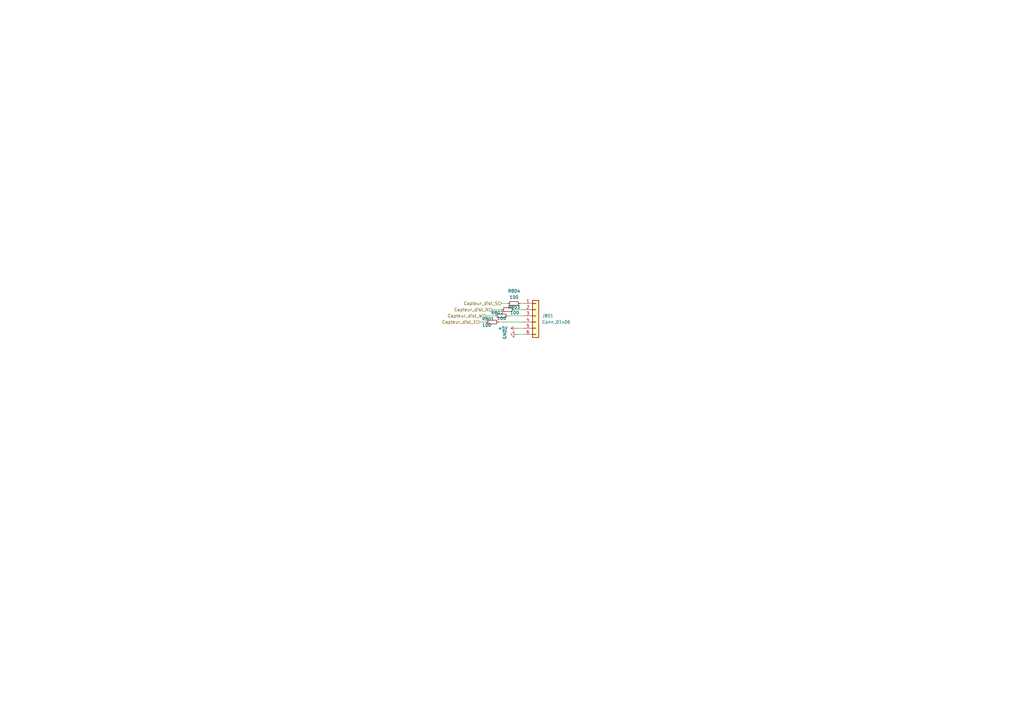
<source format=kicad_sch>
(kicad_sch (version 20231120) (generator "eeschema") (generator_version "8.0")
  (paper "A3")
  (lib_symbols
    (symbol "Connector_Generic:Conn_01x06" (pin_names (offset 1.016) hide)
      (property "Reference" "J" (at 0 7.62 0))
      (property "Value" "Conn_01x06" (at 0 -10.16 0))
      (symbol "Conn_01x06_1_1"
        (rectangle (start -1.27 -7.493) (end 0 -7.747) (stroke (width 0.1524)))
        (rectangle (start -1.27 -4.953) (end 0 -5.207) (stroke (width 0.1524)))
        (rectangle (start -1.27 -2.413) (end 0 -2.667) (stroke (width 0.1524)))
        (rectangle (start -1.27 0.127) (end 0 -0.127) (stroke (width 0.1524)))
        (rectangle (start -1.27 2.667) (end 0 2.413) (stroke (width 0.1524)))
        (rectangle (start -1.27 5.207) (end 0 4.953) (stroke (width 0.1524)))
        (rectangle (start -1.27 6.35) (end 1.27 -8.89) (stroke (width 0.254)) (fill (type background)))
        (pin passive line (at -5.08 5.08 0) (length 3.81) (name "Pin_1") (number "1"))
        (pin passive line (at -5.08 2.54 0) (length 3.81) (name "Pin_2") (number "2"))
        (pin passive line (at -5.08 0 0) (length 3.81) (name "Pin_3") (number "3"))
        (pin passive line (at -5.08 -2.54 0) (length 3.81) (name "Pin_4") (number "4"))
        (pin passive line (at -5.08 -5.08 0) (length 3.81) (name "Pin_5") (number "5"))
        (pin passive line (at -5.08 -7.62 0) (length 3.81) (name "Pin_6") (number "6"))
      )
    )
    (symbol "Device:R_Small" (pin_numbers hide) (pin_names (offset 0.254) hide)
      (property "Reference" "R" (at 0.762 0.508 0))
      (property "Value" "R_Small" (at 0.762 -1.016 0))
      (symbol "R_Small_0_1"
        (rectangle (start -0.762 1.778) (end 0.762 -1.778) (stroke (width 0.2032)))
      )
      (symbol "R_Small_1_1"
        (pin passive line (at 0 2.54 270) (length 0.762) (name "~") (number "1"))
        (pin passive line (at 0 -2.54 90) (length 0.762) (name "~") (number "2"))
      )
    )
    (symbol "GND_4" (power) (pin_numbers hide) (pin_names (offset 0) hide)
      (property "Value" "GND" (at 0 -3.81 0))
      (symbol "GND_4_0_1"
        (polyline (pts (xy 0 0) (xy 0 -1.27) (xy 1.27 -1.27) (xy 0 -2.54) (xy -1.27 -1.27) (xy 0 -1.27)))
      )
      (symbol "GND_4_1_1"
        (pin power_in line (at 0 0 270) (length 0) (name "~") (number "1"))
      )
    )
    (symbol "power:+5V" (power) (pin_numbers hide) (pin_names (offset 0) hide)
      (property "Value" "+5V" (at 0 3.556 0))
      (symbol "+5V_0_1"
        (polyline (pts (xy -0.762 1.27) (xy 0 2.54)))
        (polyline (pts (xy 0 0) (xy 0 2.54)))
        (polyline (pts (xy 0 2.54) (xy 0.762 1.27)))
      )
      (symbol "+5V_1_1"
        (pin power_in line (at 0 0 90) (length 0) (name "~") (number "1"))
      )
    )
  )
  (wire (pts (xy 208.28 129.54) (xy 214.63 129.54)))
  (wire (pts (xy 210.82 127) (xy 214.63 127)))
  (wire (pts (xy 205.74 124.46) (xy 208.28 124.46)))
  (wire (pts (xy 212.09 134.62) (xy 214.63 134.62)))
  (wire (pts (xy 201.93 127) (xy 205.74 127)))
  (wire (pts (xy 196.85 132.08) (xy 199.39 132.08)))
  (wire (pts (xy 213.36 124.46) (xy 214.63 124.46)))
  (wire (pts (xy 199.39 129.54) (xy 203.2 129.54)))
  (wire (pts (xy 204.47 132.08) (xy 214.63 132.08)))
  (wire (pts (xy 212.09 137.16) (xy 214.63 137.16)))
  (hierarchical_label "Capteur_dist_W" (shape input) (at 199.39 129.54 180))
  (hierarchical_label "Capteur_dist_S" (shape input) (at 205.74 124.46 180))
  (hierarchical_label "Capteur_dist_E" (shape input) (at 196.85 132.08 180))
  (hierarchical_label "Capteur_dist_N" (shape input) (at 201.93 127 180))
  (symbol (lib_id "power:+5V") (at 212.09 134.62 90) (unit 1)
    (property "Reference" "#PWR0801" (effects (hide yes)))
    (property "Value" "+5V" (at 208.28 134.6199 90) (effects (justify left)))
    (property "Description" "Power symbol creates a global label with name \"+5V\"" (effects (hide yes)))
  )
  (symbol (lib_id "Device:R_Small") (at 201.93 132.08 90) (unit 1)
    (property "Reference" "R801" (at 200.152 130.81 90))
    (property "Value" "100" (at 199.644 133.35 90))
    (property "Footprint" "Resistor_SMD:R_0402_1005Metric" (effects (hide yes)))
    (property "Description" "Resistor, small symbol" (effects (hide yes)))
  )
  (symbol (lib_id "Device:R_Small") (at 210.82 124.46 90) (unit 1)
    (property "Reference" "R804" (at 210.82 119.38 90))
    (property "Value" "100" (at 210.82 121.92 90))
    (property "Footprint" "Resistor_SMD:R_0402_1005Metric" (effects (hide yes)))
    (property "Description" "Resistor, small symbol" (effects (hide yes)))
  )
  (symbol (lib_name "GND_4") (lib_id "power:GND") (at 212.09 137.16 270) (unit 1)
    (property "Reference" "#PWR0802" (effects (hide yes)))
    (property "Value" "GND" (at 207.01 137.16 0))
    (property "Description" "Power symbol creates a global label with name \"GND\" , ground" (effects (hide yes)))
  )
  (symbol (lib_id "Connector_Generic:Conn_01x06") (at 219.71 129.54 0) (unit 1)
    (property "Reference" "J801" (at 222.25 129.5399 0) (effects (justify left)))
    (property "Value" "Conn_01x06" (at 222.25 132.0799 0) (effects (justify left)))
    (property "Footprint" "Connector_JST:JST_XH_S6B-XH-A_1x06_P2.50mm_Horizontal" (effects (hide yes)))
    (property "Description" "Generic connector, single row, 01x06, script generated (kicad-library-utils/schlib/autogen/connector/)" (effects (hide yes)))
  )
  (symbol (lib_id "Device:R_Small") (at 205.74 129.54 90) (unit 1)
    (property "Reference" "R802" (at 203.962 128.27 90))
    (property "Value" "100" (at 205.74 130.556 90))
    (property "Footprint" "Resistor_SMD:R_0402_1005Metric" (effects (hide yes)))
    (property "Description" "Resistor, small symbol" (effects (hide yes)))
  )
  (symbol (lib_id "Device:R_Small") (at 208.28 127 90) (unit 1)
    (property "Reference" "R803" (at 210.82 125.984 90))
    (property "Value" "100" (at 211.074 128.27 90))
    (property "Footprint" "Resistor_SMD:R_0402_1005Metric" (effects (hide yes)))
    (property "Description" "Resistor, small symbol" (effects (hide yes)))
  )
)
</source>
